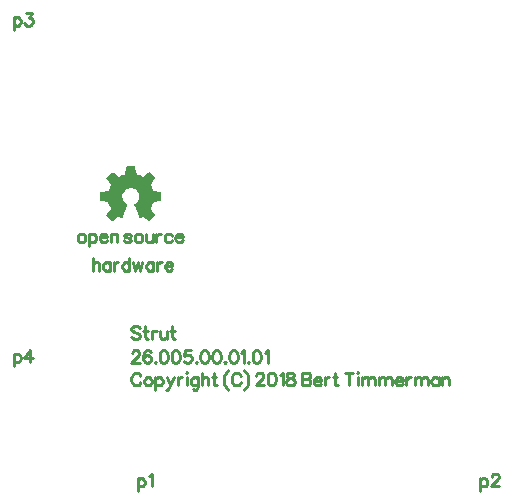
<source format=gto>
G04 start of page 8 for group -4079 idx -4079 *
G04 Title: 26.005.00.01.01, topsilk *
G04 Creator: pcb 4.1.2 *
G04 CreationDate: Sat Aug 11 09:36:17 2018 UTC *
G04 For: bert *
G04 Format: Gerber/RS-274X *
G04 PCB-Dimensions (mil): 2047.24 2047.24 *
G04 PCB-Coordinate-Origin: lower left *
%MOIN*%
%FSLAX25Y25*%
%LNGTO*%
%ADD22C,0.0098*%
%ADD21C,0.0001*%
G54D21*G36*
X45729Y116635D02*X48306D01*
X48389Y116602D01*
X48436Y116526D01*
X48485Y116287D01*
X48529Y116065D01*
X48920Y113933D01*
X48967Y113846D01*
X49050Y113787D01*
X49153Y113743D01*
X49943Y113472D01*
X50693Y113115D01*
X50699D01*
X50786Y113076D01*
X50883Y113063D01*
X50981Y113093D01*
X52754Y114313D01*
X52945Y114437D01*
X53146Y114574D01*
X53232Y114598D01*
X53314Y114563D01*
X53645Y114232D01*
X54149Y113732D01*
X54307Y113569D01*
X54806Y113072D01*
X54968Y112915D01*
X55136Y112741D01*
X55175Y112656D01*
X55153Y112567D01*
X55017Y112365D01*
X54888Y112176D01*
X53699Y110439D01*
X53667Y110348D01*
X53682Y110250D01*
X53727Y110152D01*
X54410Y108545D01*
X54447Y108454D01*
X54510Y108376D01*
X54600Y108330D01*
X56639Y107948D01*
X56863Y107906D01*
X57106Y107863D01*
X57181Y107815D01*
X57210Y107732D01*
Y105156D01*
X57181Y105067D01*
X57106Y105019D01*
X56863Y104976D01*
X56639Y104933D01*
X54660Y104564D01*
X54572Y104517D01*
X54518Y104433D01*
X54490Y104374D01*
Y104363D01*
X53775Y102589D01*
X53770Y102578D01*
X53753Y102534D01*
X53736Y102433D01*
X53764Y102339D01*
X54893Y100707D01*
X55017Y100517D01*
X55158Y100315D01*
X55177Y100230D01*
X55136Y100148D01*
X54968Y99969D01*
X54806Y99811D01*
X53488Y98493D01*
X53314Y98326D01*
X53232Y98284D01*
X53146Y98302D01*
X52945Y98444D01*
X52754Y98569D01*
X51160Y99665D01*
X51061Y99694D01*
X50964Y99676D01*
X50633Y99491D01*
X50439Y99382D01*
X50092Y99204D01*
X50007Y99198D01*
X49945Y99259D01*
X49799Y99615D01*
X49711Y99822D01*
X48328Y103180D01*
X48240Y103387D01*
X48143Y103619D01*
X48139Y103714D01*
X48192Y103787D01*
X48415Y103919D01*
X48556Y104026D01*
X49092Y104472D01*
X49507Y105037D01*
X49774Y105695D01*
X49868Y106426D01*
X49810Y107000D01*
X49645Y107535D01*
X49382Y108019D01*
X49033Y108441D01*
X48613Y108791D01*
X48129Y109054D01*
X47595Y109219D01*
X47021Y109278D01*
X46446Y109219D01*
X45911Y109054D01*
X45428Y108791D01*
X45006Y108441D01*
X44658Y108019D01*
X44396Y107535D01*
X44231Y107000D01*
X44172Y106426D01*
X44265Y105695D01*
X44532Y105037D01*
X44946Y104472D01*
X45485Y104026D01*
X45621Y103919D01*
X45843Y103787D01*
X45897Y103714D01*
X45892Y103619D01*
X45795Y103387D01*
X45707Y103180D01*
X44324Y99822D01*
X44238Y99615D01*
X44090Y99259D01*
X44029Y99198D01*
X43945Y99204D01*
X43603Y99382D01*
X43402Y99491D01*
X43071Y99676D01*
X42972Y99694D01*
X42875Y99665D01*
X41281Y98569D01*
X41096Y98444D01*
X40890Y98302D01*
X40803Y98284D01*
X40721Y98326D01*
X40547Y98493D01*
X40390Y98656D01*
X39892Y99154D01*
X39729Y99313D01*
X39229Y99811D01*
X39067Y99969D01*
X38899Y100148D01*
X38860Y100230D01*
X38882Y100315D01*
X39018Y100517D01*
X39149Y100707D01*
X40271Y102339D01*
X40299Y102433D01*
X40282Y102534D01*
X40260Y102594D01*
X39550Y104369D01*
X39517Y104433D01*
X39463Y104517D01*
X39377Y104564D01*
X37396Y104933D01*
X37174Y104976D01*
X36935Y105019D01*
X36856Y105069D01*
X36827Y105156D01*
Y107732D01*
X36856Y107815D01*
X36935Y107863D01*
X37174Y107911D01*
X37396Y107948D01*
X39436Y108330D01*
X39525Y108376D01*
X39588Y108459D01*
X39625Y108545D01*
X40314Y110152D01*
X40353Y110250D01*
X40370Y110348D01*
X40342Y110439D01*
X39149Y112180D01*
X39018Y112365D01*
X38882Y112567D01*
X38860Y112656D01*
X38899Y112741D01*
X39067Y112915D01*
X39229Y113072D01*
X40721Y114563D01*
X40803Y114598D01*
X40890Y114580D01*
X41096Y114443D01*
X41281Y114313D01*
X43054Y113093D01*
X43152Y113065D01*
X43250Y113082D01*
X43336Y113115D01*
X43347Y113119D01*
X44093Y113474D01*
X44883Y113748D01*
X44986Y113787D01*
X45070Y113846D01*
X45115Y113933D01*
X45513Y116065D01*
X45550Y116287D01*
X45599Y116526D01*
X45646Y116602D01*
X45729Y116635D01*
G37*
G54D22*X30252Y94020D02*X29852Y93820D01*
X29452Y93420D01*
X29252Y92820D01*
Y92420D01*
X29452Y91820D01*
X29852Y91420D01*
X30252Y91220D01*
X30852D01*
X31252Y91420D01*
X31652Y91820D01*
X31852Y92420D01*
Y92820D02*Y92420D01*
Y92820D02*X31652Y93420D01*
X31252Y93820D01*
X30852Y94020D01*
X30252D02*X30852D01*
X33052D02*Y89820D01*
Y93420D02*X33452Y93820D01*
X33852Y94020D01*
X34452D01*
X34852Y93820D01*
X35252Y93420D01*
X35452Y92820D01*
Y92420D01*
X35252Y91820D01*
X34852Y91420D01*
X34452Y91220D01*
X33852D02*X34452D01*
X33852D02*X33452Y91420D01*
X33052Y91820D01*
X36652Y92820D02*X39052D01*
Y93220D02*Y92820D01*
Y93220D02*X38852Y93620D01*
X38652Y93820D01*
X38252Y94020D01*
X37652D02*X38252D01*
X37652D02*X37252Y93820D01*
X36852Y93420D01*
X36652Y92820D01*
Y92420D01*
X36852Y91820D01*
X37252Y91420D01*
X37652Y91220D01*
X38252D01*
X38652Y91420D01*
X39052Y91820D01*
X40252Y94020D02*Y91220D01*
Y93220D02*X40852Y93820D01*
X41252Y94020D01*
X41852D01*
X42252Y93820D01*
X42452Y93220D01*
Y91220D01*
X47052Y93420D02*X46852Y93820D01*
X46252Y94020D01*
X45652D02*X46252D01*
X45652D02*X45052Y93820D01*
X44852Y93420D01*
X45052Y93020D01*
X45452Y92820D01*
X46452Y92620D01*
X46852Y92420D01*
X47052Y92020D01*
Y91820D01*
X46852Y91420D01*
X46252Y91220D01*
X45652D02*X46252D01*
X45652D02*X45052Y91420D01*
X44852Y91820D01*
X49252Y94020D02*X48852Y93820D01*
X48452Y93420D01*
X48252Y92820D01*
Y92420D01*
X48452Y91820D01*
X48852Y91420D01*
X49252Y91220D01*
X49852D01*
X50252Y91420D01*
X50652Y91820D01*
X50852Y92420D01*
Y92820D02*Y92420D01*
Y92820D02*X50652Y93420D01*
X50252Y93820D01*
X49852Y94020D01*
X49252D02*X49852D01*
X52052D02*Y92020D01*
X52252Y91420D01*
X52652Y91220D01*
X53252D01*
X53652Y91420D01*
X54252Y92020D01*
Y94020D02*Y91220D01*
X55452Y94020D02*Y91220D01*
Y92820D02*X55652Y93420D01*
X56052Y93820D01*
X56452Y94020D01*
X57052D01*
X60652Y93420D02*X60252Y93820D01*
X59852Y94020D01*
X59252D02*X59852D01*
X59252D02*X58852Y93820D01*
X58452Y93420D01*
X58252Y92820D01*
Y92420D01*
X58452Y91820D01*
X58852Y91420D01*
X59252Y91220D01*
X59852D01*
X60252Y91420D01*
X60652Y91820D01*
X61852Y92820D02*X64252D01*
Y93220D02*Y92820D01*
Y93220D02*X64052Y93620D01*
X63852Y93820D01*
X63452Y94020D01*
X62852D02*X63452D01*
X62852D02*X62452Y93820D01*
X62052Y93420D01*
X61852Y92820D01*
Y92420D01*
X62052Y91820D01*
X62452Y91420D01*
X62852Y91220D01*
X63452D01*
X63852Y91420D01*
X64252Y91820D01*
X34252Y85920D02*Y81720D01*
Y83720D02*X34852Y84320D01*
X35252Y84520D01*
X35852D01*
X36252Y84320D01*
X36452Y83720D01*
Y81720D01*
X40052Y84520D02*Y81720D01*
Y83920D02*X39652Y84320D01*
X39252Y84520D01*
X38652D02*X39252D01*
X38652D02*X38252Y84320D01*
X37852Y83920D01*
X37652Y83320D01*
Y82920D01*
X37852Y82320D01*
X38252Y81920D01*
X38652Y81720D01*
X39252D01*
X39652Y81920D01*
X40052Y82320D01*
X41252Y84520D02*Y81720D01*
Y83320D02*X41452Y83920D01*
X41852Y84320D01*
X42252Y84520D01*
X42852D01*
X46452Y85920D02*Y81720D01*
Y83920D02*X46052Y84320D01*
X45652Y84520D01*
X45052D02*X45652D01*
X45052D02*X44652Y84320D01*
X44252Y83920D01*
X44052Y83320D01*
Y82920D01*
X44252Y82320D01*
X44652Y81920D01*
X45052Y81720D01*
X45652D01*
X46052Y81920D01*
X46452Y82320D01*
X47652Y84520D02*X48452Y81720D01*
X49252Y84520D02*X48452Y81720D01*
X49252Y84520D02*X50052Y81720D01*
X50852Y84520D02*X50052Y81720D01*
X54452Y84520D02*Y81720D01*
Y83920D02*X54052Y84320D01*
X53652Y84520D01*
X53052D02*X53652D01*
X53052D02*X52652Y84320D01*
X52252Y83920D01*
X52052Y83320D01*
Y82920D01*
X52252Y82320D01*
X52652Y81920D01*
X53052Y81720D01*
X53652D01*
X54052Y81920D01*
X54452Y82320D01*
X55652Y84520D02*Y81720D01*
Y83320D02*X55852Y83920D01*
X56252Y84320D01*
X56652Y84520D01*
X57252D01*
X58452Y83320D02*X60852D01*
Y83720D02*Y83320D01*
Y83720D02*X60652Y84120D01*
X60452Y84320D01*
X60052Y84520D01*
X59452D02*X60052D01*
X59452D02*X59052Y84320D01*
X58652Y83920D01*
X58452Y83320D01*
Y82920D01*
X58652Y82320D01*
X59052Y81920D01*
X59452Y81720D01*
X60052D01*
X60452Y81920D01*
X60852Y82320D01*
X49993Y62576D02*X49593Y62976D01*
X48993Y63176D01*
X48193D02*X48993D01*
X48193D02*X47593Y62976D01*
X47193Y62576D01*
Y62176D01*
X47393Y61776D01*
X47593Y61576D01*
X47993Y61376D01*
X49193Y60976D01*
X49593Y60776D01*
X49793Y60576D01*
X49993Y60176D01*
Y59576D01*
X49593Y59176D01*
X48993Y58976D01*
X48193D02*X48993D01*
X48193D02*X47593Y59176D01*
X47193Y59576D01*
X51793Y63176D02*Y59776D01*
X51993Y59176D01*
X52393Y58976D01*
X52793D01*
X51193Y61776D02*X52593D01*
X53993D02*Y58976D01*
Y60576D02*X54193Y61176D01*
X54593Y61576D01*
X54993Y61776D01*
X55593D01*
X56793D02*Y59776D01*
X56993Y59176D01*
X57393Y58976D01*
X57993D01*
X58393Y59176D01*
X58993Y59776D01*
Y61776D02*Y58976D01*
X60793Y63176D02*Y59776D01*
X60993Y59176D01*
X61393Y58976D01*
X61793D01*
X60193Y61776D02*X61593D01*
X50193Y46676D02*X49993Y47076D01*
X49593Y47476D01*
X49193Y47676D01*
X48393D02*X49193D01*
X48393D02*X47993Y47476D01*
X47593Y47076D01*
X47393Y46676D01*
X47193Y46076D01*
Y45076D01*
X47393Y44476D01*
X47593Y44076D01*
X47993Y43676D01*
X48393Y43476D01*
X49193D01*
X49593Y43676D01*
X49993Y44076D01*
X50193Y44476D01*
X52393Y46276D02*X51993Y46076D01*
X51593Y45676D01*
X51393Y45076D01*
Y44676D01*
X51593Y44076D01*
X51993Y43676D01*
X52393Y43476D01*
X52993D01*
X53393Y43676D01*
X53793Y44076D01*
X53993Y44676D01*
Y45076D02*Y44676D01*
Y45076D02*X53793Y45676D01*
X53393Y46076D01*
X52993Y46276D01*
X52393D02*X52993D01*
X55193D02*Y42076D01*
Y45676D02*X55593Y46076D01*
X55993Y46276D01*
X56593D01*
X56993Y46076D01*
X57393Y45676D01*
X57593Y45076D01*
Y44676D01*
X57393Y44076D01*
X56993Y43676D01*
X56593Y43476D01*
X55993D02*X56593D01*
X55993D02*X55593Y43676D01*
X55193Y44076D01*
X58993Y46276D02*X60193Y43476D01*
X61393Y46276D02*X60193Y43476D01*
X59793Y42676D01*
X59393Y42276D01*
X58993Y42076D01*
X58793D02*X58993D01*
X62593Y46276D02*Y43476D01*
Y45076D02*X62793Y45676D01*
X63193Y46076D01*
X63593Y46276D01*
X64193D01*
X65393Y47676D02*X65593Y47476D01*
X65793Y47676D01*
X65593Y47876D01*
X65393Y47676D01*
X65593Y46276D02*Y43476D01*
X69393Y46276D02*Y43076D01*
X69193Y42476D01*
X68993Y42276D01*
X68593Y42076D01*
X67993D02*X68593D01*
X67993D02*X67593Y42276D01*
X69393Y45676D02*X68993Y46076D01*
X68593Y46276D01*
X67993D02*X68593D01*
X67993D02*X67593Y46076D01*
X67193Y45676D01*
X66993Y45076D01*
Y44676D01*
X67193Y44076D01*
X67593Y43676D01*
X67993Y43476D01*
X68593D01*
X68993Y43676D01*
X69393Y44076D01*
X70593Y47676D02*Y43476D01*
Y45476D02*X71193Y46076D01*
X71593Y46276D01*
X72193D01*
X72593Y46076D01*
X72793Y45476D01*
Y43476D01*
X74593Y47676D02*Y44276D01*
X74793Y43676D01*
X75193Y43476D01*
X75593D01*
X73993Y46276D02*X75393D01*
X79393Y48476D02*X78993Y48076D01*
X78593Y47476D01*
X78193Y46676D01*
X77993Y45676D01*
Y44876D01*
X78193Y43876D01*
X78593Y43076D01*
X78993Y42476D01*
X79393Y42076D01*
X83593Y46676D02*X83393Y47076D01*
X82993Y47476D01*
X82593Y47676D01*
X81793D02*X82593D01*
X81793D02*X81393Y47476D01*
X80993Y47076D01*
X80793Y46676D01*
X80593Y46076D01*
Y45076D01*
X80793Y44476D01*
X80993Y44076D01*
X81393Y43676D01*
X81793Y43476D01*
X82593D01*
X82993Y43676D01*
X83393Y44076D01*
X83593Y44476D01*
X84793Y48476D02*X85193Y48076D01*
X85593Y47476D01*
X85993Y46676D01*
X86193Y45676D01*
Y44876D01*
X85993Y43876D01*
X85593Y43076D01*
X85193Y42476D01*
X84793Y42076D01*
X88793Y46876D02*Y46676D01*
Y46876D02*X88993Y47276D01*
X89193Y47476D01*
X89593Y47676D01*
X90393D01*
X90793Y47476D01*
X90993Y47276D01*
X91193Y46876D01*
Y46476D01*
X90993Y46076D01*
X90593Y45476D01*
X88593Y43476D01*
X91393D01*
X93793Y47676D02*X93193Y47476D01*
X92793Y46876D01*
X92593Y45876D01*
Y45276D01*
X92793Y44276D01*
X93193Y43676D01*
X93793Y43476D01*
X94193D01*
X94793Y43676D01*
X95193Y44276D01*
X95393Y45276D01*
Y45876D02*Y45276D01*
Y45876D02*X95193Y46876D01*
X94793Y47476D01*
X94193Y47676D01*
X93793D02*X94193D01*
X96593Y46876D02*X96993Y47076D01*
X97593Y47676D01*
Y43476D01*
X99793Y47676D02*X99193Y47476D01*
X98993Y47076D01*
Y46676D01*
X99193Y46276D01*
X99593Y46076D01*
X100393Y45876D01*
X100993Y45676D01*
X101393Y45276D01*
X101593Y44876D01*
Y44276D01*
X101393Y43876D01*
X101193Y43676D01*
X100593Y43476D01*
X99793D02*X100593D01*
X99793D02*X99193Y43676D01*
X98993Y43876D01*
X98793Y44276D01*
Y44876D02*Y44276D01*
Y44876D02*X98993Y45276D01*
X99393Y45676D01*
X99993Y45876D01*
X100793Y46076D01*
X101193Y46276D01*
X101393Y46676D01*
Y47076D02*Y46676D01*
Y47076D02*X101193Y47476D01*
X100593Y47676D01*
X99793D02*X100593D01*
X103993D02*Y43476D01*
Y47676D02*X105793D01*
X106393Y47476D01*
X106593Y47276D01*
X106793Y46876D01*
Y46476D01*
X106593Y46076D01*
X106393Y45876D01*
X105793Y45676D01*
X103993D02*X105793D01*
X106393Y45476D01*
X106593Y45276D01*
X106793Y44876D01*
Y44276D01*
X106593Y43876D01*
X106393Y43676D01*
X105793Y43476D01*
X103993D02*X105793D01*
X107993Y45076D02*X110393D01*
Y45476D02*Y45076D01*
Y45476D02*X110193Y45876D01*
X109993Y46076D01*
X109593Y46276D01*
X108993D02*X109593D01*
X108993D02*X108593Y46076D01*
X108193Y45676D01*
X107993Y45076D01*
Y44676D01*
X108193Y44076D01*
X108593Y43676D01*
X108993Y43476D01*
X109593D01*
X109993Y43676D01*
X110393Y44076D01*
X111593Y46276D02*Y43476D01*
Y45076D02*X111793Y45676D01*
X112193Y46076D01*
X112593Y46276D01*
X113193D01*
X114993Y47676D02*Y44276D01*
X115193Y43676D01*
X115593Y43476D01*
X115993D01*
X114393Y46276D02*X115793D01*
X119793Y47676D02*Y43476D01*
X118393Y47676D02*X121193D01*
X122393D02*X122593Y47476D01*
X122793Y47676D01*
X122593Y47876D01*
X122393Y47676D01*
X122593Y46276D02*Y43476D01*
X123993Y46276D02*Y43476D01*
Y45476D02*X124593Y46076D01*
X124993Y46276D01*
X125593D01*
X125993Y46076D01*
X126193Y45476D01*
Y43476D01*
Y45476D02*X126793Y46076D01*
X127193Y46276D01*
X127793D01*
X128193Y46076D01*
X128393Y45476D01*
Y43476D01*
X129593Y46276D02*Y43476D01*
Y45476D02*X130193Y46076D01*
X130593Y46276D01*
X131193D01*
X131593Y46076D01*
X131793Y45476D01*
Y43476D01*
Y45476D02*X132393Y46076D01*
X132793Y46276D01*
X133393D01*
X133793Y46076D01*
X133993Y45476D01*
Y43476D01*
X135193Y45076D02*X137593D01*
Y45476D02*Y45076D01*
Y45476D02*X137393Y45876D01*
X137193Y46076D01*
X136793Y46276D01*
X136193D02*X136793D01*
X136193D02*X135793Y46076D01*
X135393Y45676D01*
X135193Y45076D01*
Y44676D01*
X135393Y44076D01*
X135793Y43676D01*
X136193Y43476D01*
X136793D01*
X137193Y43676D01*
X137593Y44076D01*
X138793Y46276D02*Y43476D01*
Y45076D02*X138993Y45676D01*
X139393Y46076D01*
X139793Y46276D01*
X140393D01*
X141593D02*Y43476D01*
Y45476D02*X142193Y46076D01*
X142593Y46276D01*
X143193D01*
X143593Y46076D01*
X143793Y45476D01*
Y43476D01*
Y45476D02*X144393Y46076D01*
X144793Y46276D01*
X145393D01*
X145793Y46076D01*
X145993Y45476D01*
Y43476D01*
X149593Y46276D02*Y43476D01*
Y45676D02*X149193Y46076D01*
X148793Y46276D01*
X148193D02*X148793D01*
X148193D02*X147793Y46076D01*
X147393Y45676D01*
X147193Y45076D01*
Y44676D01*
X147393Y44076D01*
X147793Y43676D01*
X148193Y43476D01*
X148793D01*
X149193Y43676D01*
X149593Y44076D01*
X150793Y46276D02*Y43476D01*
Y45476D02*X151393Y46076D01*
X151793Y46276D01*
X152393D01*
X152793Y46076D01*
X152993Y45476D01*
Y43476D01*
X47393Y54376D02*Y54176D01*
Y54376D02*X47593Y54776D01*
X47793Y54976D01*
X48193Y55176D01*
X48993D01*
X49393Y54976D01*
X49593Y54776D01*
X49793Y54376D01*
Y53976D01*
X49593Y53576D01*
X49193Y52976D01*
X47193Y50976D01*
X49993D01*
X53593Y54576D02*X53393Y54976D01*
X52793Y55176D01*
X52393D02*X52793D01*
X52393D02*X51793Y54976D01*
X51393Y54376D01*
X51193Y53376D01*
Y52376D01*
X51393Y51576D01*
X51793Y51176D01*
X52393Y50976D01*
X52593D01*
X53193Y51176D01*
X53593Y51576D01*
X53793Y52176D01*
Y52376D02*Y52176D01*
Y52376D02*X53593Y52976D01*
X53193Y53376D01*
X52593Y53576D01*
X52393D02*X52593D01*
X52393D02*X51793Y53376D01*
X51393Y52976D01*
X51193Y52376D01*
X55193Y51376D02*X54993Y51176D01*
X55193Y50976D01*
X55393Y51176D01*
X55193Y51376D01*
X57793Y55176D02*X57193Y54976D01*
X56793Y54376D01*
X56593Y53376D01*
Y52776D01*
X56793Y51776D01*
X57193Y51176D01*
X57793Y50976D01*
X58193D01*
X58793Y51176D01*
X59193Y51776D01*
X59393Y52776D01*
Y53376D02*Y52776D01*
Y53376D02*X59193Y54376D01*
X58793Y54976D01*
X58193Y55176D01*
X57793D02*X58193D01*
X61793D02*X61193Y54976D01*
X60793Y54376D01*
X60593Y53376D01*
Y52776D01*
X60793Y51776D01*
X61193Y51176D01*
X61793Y50976D01*
X62193D01*
X62793Y51176D01*
X63193Y51776D01*
X63393Y52776D01*
Y53376D02*Y52776D01*
Y53376D02*X63193Y54376D01*
X62793Y54976D01*
X62193Y55176D01*
X61793D02*X62193D01*
X64993D02*X66993D01*
X64993D02*X64793Y53376D01*
X64993Y53576D01*
X65593Y53776D01*
X66193D01*
X66793Y53576D01*
X67193Y53176D01*
X67393Y52576D01*
Y52176D01*
X67193Y51576D01*
X66793Y51176D01*
X66193Y50976D01*
X65593D02*X66193D01*
X65593D02*X64993Y51176D01*
X64793Y51376D01*
X64593Y51776D01*
X68793Y51376D02*X68593Y51176D01*
X68793Y50976D01*
X68993Y51176D01*
X68793Y51376D01*
X71393Y55176D02*X70793Y54976D01*
X70393Y54376D01*
X70193Y53376D01*
Y52776D01*
X70393Y51776D01*
X70793Y51176D01*
X71393Y50976D01*
X71793D01*
X72393Y51176D01*
X72793Y51776D01*
X72993Y52776D01*
Y53376D02*Y52776D01*
Y53376D02*X72793Y54376D01*
X72393Y54976D01*
X71793Y55176D01*
X71393D02*X71793D01*
X75393D02*X74793Y54976D01*
X74393Y54376D01*
X74193Y53376D01*
Y52776D01*
X74393Y51776D01*
X74793Y51176D01*
X75393Y50976D01*
X75793D01*
X76393Y51176D01*
X76793Y51776D01*
X76993Y52776D01*
Y53376D02*Y52776D01*
Y53376D02*X76793Y54376D01*
X76393Y54976D01*
X75793Y55176D01*
X75393D02*X75793D01*
X78393Y51376D02*X78193Y51176D01*
X78393Y50976D01*
X78593Y51176D01*
X78393Y51376D01*
X80993Y55176D02*X80393Y54976D01*
X79993Y54376D01*
X79793Y53376D01*
Y52776D01*
X79993Y51776D01*
X80393Y51176D01*
X80993Y50976D01*
X81393D01*
X81993Y51176D01*
X82393Y51776D01*
X82593Y52776D01*
Y53376D02*Y52776D01*
Y53376D02*X82393Y54376D01*
X81993Y54976D01*
X81393Y55176D01*
X80993D02*X81393D01*
X83793Y54376D02*X84193Y54576D01*
X84793Y55176D01*
Y50976D01*
X86193Y51376D02*X85993Y51176D01*
X86193Y50976D01*
X86393Y51176D01*
X86193Y51376D01*
X88793Y55176D02*X88193Y54976D01*
X87793Y54376D01*
X87593Y53376D01*
Y52776D01*
X87793Y51776D01*
X88193Y51176D01*
X88793Y50976D01*
X89193D01*
X89793Y51176D01*
X90193Y51776D01*
X90393Y52776D01*
Y53376D02*Y52776D01*
Y53376D02*X90193Y54376D01*
X89793Y54976D01*
X89193Y55176D01*
X88793D02*X89193D01*
X91593Y54376D02*X91993Y54576D01*
X92593Y55176D01*
Y50976D01*
X7969Y166186D02*Y161986D01*
Y165586D02*X8369Y165986D01*
X8769Y166186D01*
X9369D01*
X9769Y165986D01*
X10169Y165586D01*
X10369Y164986D01*
Y164586D01*
X10169Y163986D01*
X9769Y163586D01*
X9369Y163386D01*
X8769D02*X9369D01*
X8769D02*X8369Y163586D01*
X7969Y163986D01*
X11969Y167586D02*X14169D01*
X12969Y165986D01*
X13569D01*
X13969Y165786D01*
X14169Y165586D01*
X14369Y164986D01*
Y164586D01*
X14169Y163986D01*
X13769Y163586D01*
X13169Y163386D01*
X12569D02*X13169D01*
X12569D02*X11969Y163586D01*
X11769Y163786D01*
X11569Y164186D01*
X7969Y53981D02*Y49781D01*
Y53381D02*X8369Y53781D01*
X8769Y53981D01*
X9369D01*
X9769Y53781D01*
X10169Y53381D01*
X10369Y52781D01*
Y52381D01*
X10169Y51781D01*
X9769Y51381D01*
X9369Y51181D01*
X8769D02*X9369D01*
X8769D02*X8369Y51381D01*
X7969Y51781D01*
X13569Y55381D02*X11569Y52581D01*
X14569D01*
X13569Y55381D02*Y51181D01*
X49307Y12643D02*Y8443D01*
Y12043D02*X49707Y12443D01*
X50107Y12643D01*
X50707D01*
X51107Y12443D01*
X51507Y12043D01*
X51707Y11443D01*
Y11043D01*
X51507Y10443D01*
X51107Y10043D01*
X50707Y9843D01*
X50107D02*X50707D01*
X50107D02*X49707Y10043D01*
X49307Y10443D01*
X52907Y13243D02*X53307Y13443D01*
X53907Y14043D01*
Y9843D01*
X163480Y12643D02*Y8443D01*
Y12043D02*X163880Y12443D01*
X164280Y12643D01*
X164880D01*
X165280Y12443D01*
X165680Y12043D01*
X165880Y11443D01*
Y11043D01*
X165680Y10443D01*
X165280Y10043D01*
X164880Y9843D01*
X164280D02*X164880D01*
X164280D02*X163880Y10043D01*
X163480Y10443D01*
X167280Y13243D02*Y13043D01*
Y13243D02*X167480Y13643D01*
X167680Y13843D01*
X168080Y14043D01*
X168880D01*
X169280Y13843D01*
X169480Y13643D01*
X169680Y13243D01*
Y12843D01*
X169480Y12443D01*
X169080Y11843D01*
X167080Y9843D01*
X169880D01*
M02*

</source>
